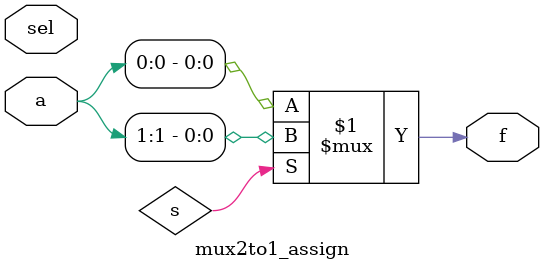
<source format=v>
`timescale 1ns/100ps

module mux2to1_assign(f ,a, sel);

	output f;
	input [1:0] a;
	input sel;

	assign f = (s)? a[1] : a[0];

endmodule
</source>
